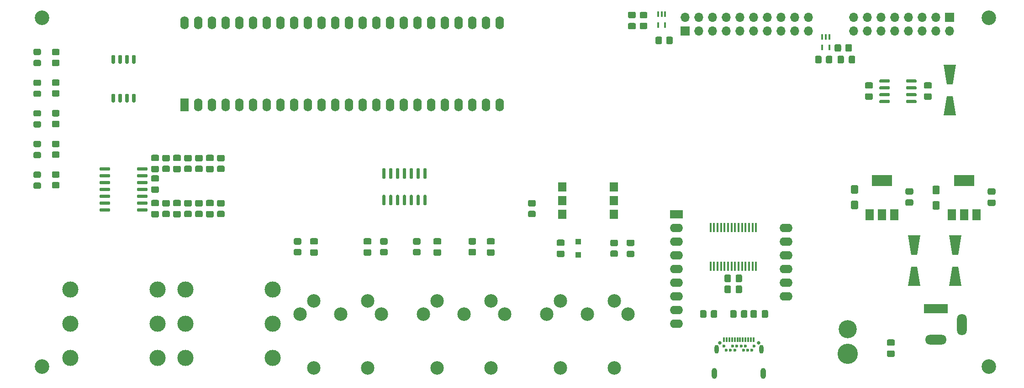
<source format=gbr>
%TF.GenerationSoftware,KiCad,Pcbnew,(5.1.10)-1*%
%TF.CreationDate,2021-09-20T22:55:27+02:00*%
%TF.ProjectId,xfm2,78666d32-2e6b-4696-9361-645f70636258,rev?*%
%TF.SameCoordinates,Original*%
%TF.FileFunction,Soldermask,Top*%
%TF.FilePolarity,Negative*%
%FSLAX46Y46*%
G04 Gerber Fmt 4.6, Leading zero omitted, Abs format (unit mm)*
G04 Created by KiCad (PCBNEW (5.1.10)-1) date 2021-09-20 22:55:27*
%MOMM*%
%LPD*%
G01*
G04 APERTURE LIST*
%ADD10C,0.650000*%
%ADD11O,1.000000X2.000000*%
%ADD12O,0.800000X1.600000*%
%ADD13C,0.600000*%
%ADD14R,0.300000X0.900000*%
%ADD15O,2.400000X1.600000*%
%ADD16R,2.400000X1.600000*%
%ADD17O,1.700000X1.700000*%
%ADD18R,1.700000X1.700000*%
%ADD19C,2.700000*%
%ADD20C,3.765000*%
%ADD21C,3.360000*%
%ADD22C,2.500000*%
%ADD23R,1.600000X2.400000*%
%ADD24O,1.600000X2.400000*%
%ADD25R,1.500000X1.780000*%
%ADD26O,1.800000X4.000000*%
%ADD27O,4.000000X1.800000*%
%ADD28R,4.400000X1.800000*%
%ADD29R,3.800000X2.000000*%
%ADD30R,1.500000X2.000000*%
%ADD31R,1.000000X1.000000*%
%ADD32C,3.000000*%
%ADD33R,0.400000X1.000000*%
%ADD34C,0.100000*%
%ADD35R,0.450000X1.750000*%
G04 APERTURE END LIST*
D10*
%TO.C,J10*%
X197198000Y-147320000D03*
D11*
X198038000Y-153020000D03*
X189058000Y-153020000D03*
D12*
X197728000Y-148570000D03*
X189468000Y-148570000D03*
D13*
X190798000Y-147970000D03*
X191198000Y-148670000D03*
X191998000Y-148670000D03*
X192398000Y-147970000D03*
X192798000Y-148670000D03*
X193198000Y-147970000D03*
X193998000Y-147970000D03*
X194398000Y-148670000D03*
X194798000Y-147970000D03*
X195198000Y-148670000D03*
X195998000Y-148670000D03*
X196398000Y-147970000D03*
D14*
X196298000Y-146760000D03*
X195798000Y-146760000D03*
X195298000Y-146760000D03*
X194798000Y-146760000D03*
X194298000Y-146760000D03*
X193798000Y-146760000D03*
X193298000Y-146760000D03*
X192798000Y-146760000D03*
X192298000Y-146760000D03*
X191798000Y-146760000D03*
X191298000Y-146760000D03*
X190798000Y-146760000D03*
D10*
X189998000Y-147320000D03*
%TD*%
D15*
%TO.C,U4*%
X202319000Y-126034000D03*
X181999000Y-131114000D03*
X202319000Y-128574000D03*
X181999000Y-128574000D03*
X202319000Y-131114000D03*
X181999000Y-126034000D03*
X202319000Y-133654000D03*
D16*
X181999000Y-123494000D03*
D15*
X181999000Y-133604000D03*
X181991000Y-136144000D03*
X181991000Y-138684000D03*
X181991000Y-141224000D03*
X181991000Y-143764000D03*
X202311000Y-136144000D03*
X202311000Y-138684000D03*
%TD*%
D17*
%TO.C,J2*%
X206502000Y-86868000D03*
X206502000Y-89408000D03*
X203962000Y-86868000D03*
X203962000Y-89408000D03*
X201422000Y-86868000D03*
X201422000Y-89408000D03*
X198882000Y-86868000D03*
X198882000Y-89408000D03*
X196342000Y-86868000D03*
X196342000Y-89408000D03*
X193802000Y-86868000D03*
X193802000Y-89408000D03*
X191262000Y-86868000D03*
X191262000Y-89408000D03*
X188722000Y-86868000D03*
X188722000Y-89408000D03*
X186182000Y-86868000D03*
X186182000Y-89408000D03*
X183642000Y-86868000D03*
D18*
X183642000Y-89408000D03*
%TD*%
D19*
%TO.C,REF\u002A\u002A*%
X239903000Y-86995000D03*
%TD*%
%TO.C,REF\u002A\u002A*%
X239903000Y-151765000D03*
%TD*%
%TO.C,REF\u002A\u002A*%
X64389000Y-151765000D03*
%TD*%
%TO.C,REF\u002A\u002A*%
X64389000Y-86995000D03*
%TD*%
%TO.C,U3*%
G36*
G01*
X77747000Y-95498000D02*
X77447000Y-95498000D01*
G75*
G02*
X77297000Y-95348000I0J150000D01*
G01*
X77297000Y-94048000D01*
G75*
G02*
X77447000Y-93898000I150000J0D01*
G01*
X77747000Y-93898000D01*
G75*
G02*
X77897000Y-94048000I0J-150000D01*
G01*
X77897000Y-95348000D01*
G75*
G02*
X77747000Y-95498000I-150000J0D01*
G01*
G37*
G36*
G01*
X79017000Y-95498000D02*
X78717000Y-95498000D01*
G75*
G02*
X78567000Y-95348000I0J150000D01*
G01*
X78567000Y-94048000D01*
G75*
G02*
X78717000Y-93898000I150000J0D01*
G01*
X79017000Y-93898000D01*
G75*
G02*
X79167000Y-94048000I0J-150000D01*
G01*
X79167000Y-95348000D01*
G75*
G02*
X79017000Y-95498000I-150000J0D01*
G01*
G37*
G36*
G01*
X80287000Y-95498000D02*
X79987000Y-95498000D01*
G75*
G02*
X79837000Y-95348000I0J150000D01*
G01*
X79837000Y-94048000D01*
G75*
G02*
X79987000Y-93898000I150000J0D01*
G01*
X80287000Y-93898000D01*
G75*
G02*
X80437000Y-94048000I0J-150000D01*
G01*
X80437000Y-95348000D01*
G75*
G02*
X80287000Y-95498000I-150000J0D01*
G01*
G37*
G36*
G01*
X81557000Y-95498000D02*
X81257000Y-95498000D01*
G75*
G02*
X81107000Y-95348000I0J150000D01*
G01*
X81107000Y-94048000D01*
G75*
G02*
X81257000Y-93898000I150000J0D01*
G01*
X81557000Y-93898000D01*
G75*
G02*
X81707000Y-94048000I0J-150000D01*
G01*
X81707000Y-95348000D01*
G75*
G02*
X81557000Y-95498000I-150000J0D01*
G01*
G37*
G36*
G01*
X81557000Y-102698000D02*
X81257000Y-102698000D01*
G75*
G02*
X81107000Y-102548000I0J150000D01*
G01*
X81107000Y-101248000D01*
G75*
G02*
X81257000Y-101098000I150000J0D01*
G01*
X81557000Y-101098000D01*
G75*
G02*
X81707000Y-101248000I0J-150000D01*
G01*
X81707000Y-102548000D01*
G75*
G02*
X81557000Y-102698000I-150000J0D01*
G01*
G37*
G36*
G01*
X80287000Y-102698000D02*
X79987000Y-102698000D01*
G75*
G02*
X79837000Y-102548000I0J150000D01*
G01*
X79837000Y-101248000D01*
G75*
G02*
X79987000Y-101098000I150000J0D01*
G01*
X80287000Y-101098000D01*
G75*
G02*
X80437000Y-101248000I0J-150000D01*
G01*
X80437000Y-102548000D01*
G75*
G02*
X80287000Y-102698000I-150000J0D01*
G01*
G37*
G36*
G01*
X79017000Y-102698000D02*
X78717000Y-102698000D01*
G75*
G02*
X78567000Y-102548000I0J150000D01*
G01*
X78567000Y-101248000D01*
G75*
G02*
X78717000Y-101098000I150000J0D01*
G01*
X79017000Y-101098000D01*
G75*
G02*
X79167000Y-101248000I0J-150000D01*
G01*
X79167000Y-102548000D01*
G75*
G02*
X79017000Y-102698000I-150000J0D01*
G01*
G37*
G36*
G01*
X77747000Y-102698000D02*
X77447000Y-102698000D01*
G75*
G02*
X77297000Y-102548000I0J150000D01*
G01*
X77297000Y-101248000D01*
G75*
G02*
X77447000Y-101098000I150000J0D01*
G01*
X77747000Y-101098000D01*
G75*
G02*
X77897000Y-101248000I0J-150000D01*
G01*
X77897000Y-102548000D01*
G75*
G02*
X77747000Y-102698000I-150000J0D01*
G01*
G37*
%TD*%
D20*
%TO.C,J5*%
X213741000Y-149352000D03*
D21*
X213741000Y-144852000D03*
%TD*%
%TO.C,C1*%
G36*
G01*
X222217000Y-149961000D02*
X221267000Y-149961000D01*
G75*
G02*
X221017000Y-149711000I0J250000D01*
G01*
X221017000Y-149036000D01*
G75*
G02*
X221267000Y-148786000I250000J0D01*
G01*
X222217000Y-148786000D01*
G75*
G02*
X222467000Y-149036000I0J-250000D01*
G01*
X222467000Y-149711000D01*
G75*
G02*
X222217000Y-149961000I-250000J0D01*
G01*
G37*
G36*
G01*
X222217000Y-147886000D02*
X221267000Y-147886000D01*
G75*
G02*
X221017000Y-147636000I0J250000D01*
G01*
X221017000Y-146961000D01*
G75*
G02*
X221267000Y-146711000I250000J0D01*
G01*
X222217000Y-146711000D01*
G75*
G02*
X222467000Y-146961000I0J-250000D01*
G01*
X222467000Y-147636000D01*
G75*
G02*
X222217000Y-147886000I-250000J0D01*
G01*
G37*
%TD*%
%TO.C,D2*%
G36*
G01*
X63049999Y-117589000D02*
X63950001Y-117589000D01*
G75*
G02*
X64200000Y-117838999I0J-249999D01*
G01*
X64200000Y-118489001D01*
G75*
G02*
X63950001Y-118739000I-249999J0D01*
G01*
X63049999Y-118739000D01*
G75*
G02*
X62800000Y-118489001I0J249999D01*
G01*
X62800000Y-117838999D01*
G75*
G02*
X63049999Y-117589000I249999J0D01*
G01*
G37*
G36*
G01*
X63049999Y-115539000D02*
X63950001Y-115539000D01*
G75*
G02*
X64200000Y-115788999I0J-249999D01*
G01*
X64200000Y-116439001D01*
G75*
G02*
X63950001Y-116689000I-249999J0D01*
G01*
X63049999Y-116689000D01*
G75*
G02*
X62800000Y-116439001I0J249999D01*
G01*
X62800000Y-115788999D01*
G75*
G02*
X63049999Y-115539000I249999J0D01*
G01*
G37*
%TD*%
%TO.C,D3*%
G36*
G01*
X63049999Y-109851332D02*
X63950001Y-109851332D01*
G75*
G02*
X64200000Y-110101331I0J-249999D01*
G01*
X64200000Y-110751333D01*
G75*
G02*
X63950001Y-111001332I-249999J0D01*
G01*
X63049999Y-111001332D01*
G75*
G02*
X62800000Y-110751333I0J249999D01*
G01*
X62800000Y-110101331D01*
G75*
G02*
X63049999Y-109851332I249999J0D01*
G01*
G37*
G36*
G01*
X63049999Y-111901332D02*
X63950001Y-111901332D01*
G75*
G02*
X64200000Y-112151331I0J-249999D01*
G01*
X64200000Y-112801333D01*
G75*
G02*
X63950001Y-113051332I-249999J0D01*
G01*
X63049999Y-113051332D01*
G75*
G02*
X62800000Y-112801333I0J249999D01*
G01*
X62800000Y-112151331D01*
G75*
G02*
X63049999Y-111901332I249999J0D01*
G01*
G37*
%TD*%
%TO.C,D4*%
G36*
G01*
X63049999Y-104163666D02*
X63950001Y-104163666D01*
G75*
G02*
X64200000Y-104413665I0J-249999D01*
G01*
X64200000Y-105063667D01*
G75*
G02*
X63950001Y-105313666I-249999J0D01*
G01*
X63049999Y-105313666D01*
G75*
G02*
X62800000Y-105063667I0J249999D01*
G01*
X62800000Y-104413665D01*
G75*
G02*
X63049999Y-104163666I249999J0D01*
G01*
G37*
G36*
G01*
X63049999Y-106213666D02*
X63950001Y-106213666D01*
G75*
G02*
X64200000Y-106463665I0J-249999D01*
G01*
X64200000Y-107113667D01*
G75*
G02*
X63950001Y-107363666I-249999J0D01*
G01*
X63049999Y-107363666D01*
G75*
G02*
X62800000Y-107113667I0J249999D01*
G01*
X62800000Y-106463665D01*
G75*
G02*
X63049999Y-106213666I249999J0D01*
G01*
G37*
%TD*%
%TO.C,D5*%
G36*
G01*
X63049999Y-100526000D02*
X63950001Y-100526000D01*
G75*
G02*
X64200000Y-100775999I0J-249999D01*
G01*
X64200000Y-101426001D01*
G75*
G02*
X63950001Y-101676000I-249999J0D01*
G01*
X63049999Y-101676000D01*
G75*
G02*
X62800000Y-101426001I0J249999D01*
G01*
X62800000Y-100775999D01*
G75*
G02*
X63049999Y-100526000I249999J0D01*
G01*
G37*
G36*
G01*
X63049999Y-98476000D02*
X63950001Y-98476000D01*
G75*
G02*
X64200000Y-98725999I0J-249999D01*
G01*
X64200000Y-99376001D01*
G75*
G02*
X63950001Y-99626000I-249999J0D01*
G01*
X63049999Y-99626000D01*
G75*
G02*
X62800000Y-99376001I0J249999D01*
G01*
X62800000Y-98725999D01*
G75*
G02*
X63049999Y-98476000I249999J0D01*
G01*
G37*
%TD*%
D22*
%TO.C,J1*%
X157981000Y-142034000D03*
X170481000Y-139534000D03*
X165481000Y-142034000D03*
X172981000Y-142034000D03*
X160481000Y-139534000D03*
X170481000Y-152034000D03*
X160481000Y-152034000D03*
%TD*%
%TO.C,J3*%
X137621000Y-152034000D03*
X147621000Y-152034000D03*
X137621000Y-139534000D03*
X150121000Y-142034000D03*
X142621000Y-142034000D03*
X147621000Y-139534000D03*
X135121000Y-142034000D03*
%TD*%
%TO.C,J4*%
X112261000Y-142034000D03*
X124761000Y-139534000D03*
X119761000Y-142034000D03*
X127261000Y-142034000D03*
X114761000Y-139534000D03*
X124761000Y-152034000D03*
X114761000Y-152034000D03*
%TD*%
D23*
%TO.C,U2*%
X90805000Y-103124000D03*
D24*
X149225000Y-87884000D03*
X93345000Y-103124000D03*
X146685000Y-87884000D03*
X95885000Y-103124000D03*
X144145000Y-87884000D03*
X98425000Y-103124000D03*
X141605000Y-87884000D03*
X100965000Y-103124000D03*
X139065000Y-87884000D03*
X103505000Y-103124000D03*
X136525000Y-87884000D03*
X106045000Y-103124000D03*
X133985000Y-87884000D03*
X108585000Y-103124000D03*
X131445000Y-87884000D03*
X111125000Y-103124000D03*
X128905000Y-87884000D03*
X113665000Y-103124000D03*
X126365000Y-87884000D03*
X116205000Y-103124000D03*
X123825000Y-87884000D03*
X118745000Y-103124000D03*
X121285000Y-87884000D03*
X121285000Y-103124000D03*
X118745000Y-87884000D03*
X123825000Y-103124000D03*
X116205000Y-87884000D03*
X126365000Y-103124000D03*
X113665000Y-87884000D03*
X128905000Y-103124000D03*
X111125000Y-87884000D03*
X131445000Y-103124000D03*
X108585000Y-87884000D03*
X133985000Y-103124000D03*
X106045000Y-87884000D03*
X136525000Y-103124000D03*
X103505000Y-87884000D03*
X139065000Y-103124000D03*
X100965000Y-87884000D03*
X141605000Y-103124000D03*
X98425000Y-87884000D03*
X144145000Y-103124000D03*
X95885000Y-87884000D03*
X146685000Y-103124000D03*
X93345000Y-87884000D03*
X149225000Y-103124000D03*
X90805000Y-87884000D03*
%TD*%
%TO.C,R1*%
G36*
G01*
X170884001Y-129394000D02*
X169983999Y-129394000D01*
G75*
G02*
X169734000Y-129144001I0J249999D01*
G01*
X169734000Y-128443999D01*
G75*
G02*
X169983999Y-128194000I249999J0D01*
G01*
X170884001Y-128194000D01*
G75*
G02*
X171134000Y-128443999I0J-249999D01*
G01*
X171134000Y-129144001D01*
G75*
G02*
X170884001Y-129394000I-249999J0D01*
G01*
G37*
G36*
G01*
X170884001Y-131394000D02*
X169983999Y-131394000D01*
G75*
G02*
X169734000Y-131144001I0J249999D01*
G01*
X169734000Y-130443999D01*
G75*
G02*
X169983999Y-130194000I249999J0D01*
G01*
X170884001Y-130194000D01*
G75*
G02*
X171134000Y-130443999I0J-249999D01*
G01*
X171134000Y-131144001D01*
G75*
G02*
X170884001Y-131394000I-249999J0D01*
G01*
G37*
%TD*%
%TO.C,R2*%
G36*
G01*
X155644001Y-124028000D02*
X154743999Y-124028000D01*
G75*
G02*
X154494000Y-123778001I0J249999D01*
G01*
X154494000Y-123077999D01*
G75*
G02*
X154743999Y-122828000I249999J0D01*
G01*
X155644001Y-122828000D01*
G75*
G02*
X155894000Y-123077999I0J-249999D01*
G01*
X155894000Y-123778001D01*
G75*
G02*
X155644001Y-124028000I-249999J0D01*
G01*
G37*
G36*
G01*
X155644001Y-122028000D02*
X154743999Y-122028000D01*
G75*
G02*
X154494000Y-121778001I0J249999D01*
G01*
X154494000Y-121077999D01*
G75*
G02*
X154743999Y-120828000I249999J0D01*
G01*
X155644001Y-120828000D01*
G75*
G02*
X155894000Y-121077999I0J-249999D01*
G01*
X155894000Y-121778001D01*
G75*
G02*
X155644001Y-122028000I-249999J0D01*
G01*
G37*
%TD*%
%TO.C,R3*%
G36*
G01*
X128212001Y-131110000D02*
X127311999Y-131110000D01*
G75*
G02*
X127062000Y-130860001I0J249999D01*
G01*
X127062000Y-130159999D01*
G75*
G02*
X127311999Y-129910000I249999J0D01*
G01*
X128212001Y-129910000D01*
G75*
G02*
X128462000Y-130159999I0J-249999D01*
G01*
X128462000Y-130860001D01*
G75*
G02*
X128212001Y-131110000I-249999J0D01*
G01*
G37*
G36*
G01*
X128212001Y-129110000D02*
X127311999Y-129110000D01*
G75*
G02*
X127062000Y-128860001I0J249999D01*
G01*
X127062000Y-128159999D01*
G75*
G02*
X127311999Y-127910000I249999J0D01*
G01*
X128212001Y-127910000D01*
G75*
G02*
X128462000Y-128159999I0J-249999D01*
G01*
X128462000Y-128860001D01*
G75*
G02*
X128212001Y-129110000I-249999J0D01*
G01*
G37*
%TD*%
%TO.C,R4*%
G36*
G01*
X143694999Y-129910000D02*
X144595001Y-129910000D01*
G75*
G02*
X144845000Y-130159999I0J-249999D01*
G01*
X144845000Y-130860001D01*
G75*
G02*
X144595001Y-131110000I-249999J0D01*
G01*
X143694999Y-131110000D01*
G75*
G02*
X143445000Y-130860001I0J249999D01*
G01*
X143445000Y-130159999D01*
G75*
G02*
X143694999Y-129910000I249999J0D01*
G01*
G37*
G36*
G01*
X143694999Y-127910000D02*
X144595001Y-127910000D01*
G75*
G02*
X144845000Y-128159999I0J-249999D01*
G01*
X144845000Y-128860001D01*
G75*
G02*
X144595001Y-129110000I-249999J0D01*
G01*
X143694999Y-129110000D01*
G75*
G02*
X143445000Y-128860001I0J249999D01*
G01*
X143445000Y-128159999D01*
G75*
G02*
X143694999Y-127910000I249999J0D01*
G01*
G37*
%TD*%
%TO.C,R5*%
G36*
G01*
X67379001Y-116694000D02*
X66478999Y-116694000D01*
G75*
G02*
X66229000Y-116444001I0J249999D01*
G01*
X66229000Y-115743999D01*
G75*
G02*
X66478999Y-115494000I249999J0D01*
G01*
X67379001Y-115494000D01*
G75*
G02*
X67629000Y-115743999I0J-249999D01*
G01*
X67629000Y-116444001D01*
G75*
G02*
X67379001Y-116694000I-249999J0D01*
G01*
G37*
G36*
G01*
X67379001Y-118694000D02*
X66478999Y-118694000D01*
G75*
G02*
X66229000Y-118444001I0J249999D01*
G01*
X66229000Y-117743999D01*
G75*
G02*
X66478999Y-117494000I249999J0D01*
G01*
X67379001Y-117494000D01*
G75*
G02*
X67629000Y-117743999I0J-249999D01*
G01*
X67629000Y-118444001D01*
G75*
G02*
X67379001Y-118694000I-249999J0D01*
G01*
G37*
%TD*%
%TO.C,R6*%
G36*
G01*
X67379001Y-113006332D02*
X66478999Y-113006332D01*
G75*
G02*
X66229000Y-112756333I0J249999D01*
G01*
X66229000Y-112056331D01*
G75*
G02*
X66478999Y-111806332I249999J0D01*
G01*
X67379001Y-111806332D01*
G75*
G02*
X67629000Y-112056331I0J-249999D01*
G01*
X67629000Y-112756333D01*
G75*
G02*
X67379001Y-113006332I-249999J0D01*
G01*
G37*
G36*
G01*
X67379001Y-111006332D02*
X66478999Y-111006332D01*
G75*
G02*
X66229000Y-110756333I0J249999D01*
G01*
X66229000Y-110056331D01*
G75*
G02*
X66478999Y-109806332I249999J0D01*
G01*
X67379001Y-109806332D01*
G75*
G02*
X67629000Y-110056331I0J-249999D01*
G01*
X67629000Y-110756333D01*
G75*
G02*
X67379001Y-111006332I-249999J0D01*
G01*
G37*
%TD*%
%TO.C,R7*%
G36*
G01*
X67379001Y-105318666D02*
X66478999Y-105318666D01*
G75*
G02*
X66229000Y-105068667I0J249999D01*
G01*
X66229000Y-104368665D01*
G75*
G02*
X66478999Y-104118666I249999J0D01*
G01*
X67379001Y-104118666D01*
G75*
G02*
X67629000Y-104368665I0J-249999D01*
G01*
X67629000Y-105068667D01*
G75*
G02*
X67379001Y-105318666I-249999J0D01*
G01*
G37*
G36*
G01*
X67379001Y-107318666D02*
X66478999Y-107318666D01*
G75*
G02*
X66229000Y-107068667I0J249999D01*
G01*
X66229000Y-106368665D01*
G75*
G02*
X66478999Y-106118666I249999J0D01*
G01*
X67379001Y-106118666D01*
G75*
G02*
X67629000Y-106368665I0J-249999D01*
G01*
X67629000Y-107068667D01*
G75*
G02*
X67379001Y-107318666I-249999J0D01*
G01*
G37*
%TD*%
%TO.C,R8*%
G36*
G01*
X67379001Y-101631000D02*
X66478999Y-101631000D01*
G75*
G02*
X66229000Y-101381001I0J249999D01*
G01*
X66229000Y-100680999D01*
G75*
G02*
X66478999Y-100431000I249999J0D01*
G01*
X67379001Y-100431000D01*
G75*
G02*
X67629000Y-100680999I0J-249999D01*
G01*
X67629000Y-101381001D01*
G75*
G02*
X67379001Y-101631000I-249999J0D01*
G01*
G37*
G36*
G01*
X67379001Y-99631000D02*
X66478999Y-99631000D01*
G75*
G02*
X66229000Y-99381001I0J249999D01*
G01*
X66229000Y-98680999D01*
G75*
G02*
X66478999Y-98431000I249999J0D01*
G01*
X67379001Y-98431000D01*
G75*
G02*
X67629000Y-98680999I0J-249999D01*
G01*
X67629000Y-99381001D01*
G75*
G02*
X67379001Y-99631000I-249999J0D01*
G01*
G37*
%TD*%
%TO.C,FB1*%
G36*
G01*
X148049000Y-131165000D02*
X147099000Y-131165000D01*
G75*
G02*
X146849000Y-130915000I0J250000D01*
G01*
X146849000Y-130240000D01*
G75*
G02*
X147099000Y-129990000I250000J0D01*
G01*
X148049000Y-129990000D01*
G75*
G02*
X148299000Y-130240000I0J-250000D01*
G01*
X148299000Y-130915000D01*
G75*
G02*
X148049000Y-131165000I-250000J0D01*
G01*
G37*
G36*
G01*
X148049000Y-129090000D02*
X147099000Y-129090000D01*
G75*
G02*
X146849000Y-128840000I0J250000D01*
G01*
X146849000Y-128165000D01*
G75*
G02*
X147099000Y-127915000I250000J0D01*
G01*
X148049000Y-127915000D01*
G75*
G02*
X148299000Y-128165000I0J-250000D01*
G01*
X148299000Y-128840000D01*
G75*
G02*
X148049000Y-129090000I-250000J0D01*
G01*
G37*
%TD*%
%TO.C,FB2*%
G36*
G01*
X115283000Y-129090000D02*
X114333000Y-129090000D01*
G75*
G02*
X114083000Y-128840000I0J250000D01*
G01*
X114083000Y-128165000D01*
G75*
G02*
X114333000Y-127915000I250000J0D01*
G01*
X115283000Y-127915000D01*
G75*
G02*
X115533000Y-128165000I0J-250000D01*
G01*
X115533000Y-128840000D01*
G75*
G02*
X115283000Y-129090000I-250000J0D01*
G01*
G37*
G36*
G01*
X115283000Y-131165000D02*
X114333000Y-131165000D01*
G75*
G02*
X114083000Y-130915000I0J250000D01*
G01*
X114083000Y-130240000D01*
G75*
G02*
X114333000Y-129990000I250000J0D01*
G01*
X115283000Y-129990000D01*
G75*
G02*
X115533000Y-130240000I0J-250000D01*
G01*
X115533000Y-130915000D01*
G75*
G02*
X115283000Y-131165000I-250000J0D01*
G01*
G37*
%TD*%
%TO.C,FB3*%
G36*
G01*
X173957000Y-129365500D02*
X173007000Y-129365500D01*
G75*
G02*
X172757000Y-129115500I0J250000D01*
G01*
X172757000Y-128440500D01*
G75*
G02*
X173007000Y-128190500I250000J0D01*
G01*
X173957000Y-128190500D01*
G75*
G02*
X174207000Y-128440500I0J-250000D01*
G01*
X174207000Y-129115500D01*
G75*
G02*
X173957000Y-129365500I-250000J0D01*
G01*
G37*
G36*
G01*
X173957000Y-131440500D02*
X173007000Y-131440500D01*
G75*
G02*
X172757000Y-131190500I0J250000D01*
G01*
X172757000Y-130515500D01*
G75*
G02*
X173007000Y-130265500I250000J0D01*
G01*
X173957000Y-130265500D01*
G75*
G02*
X174207000Y-130515500I0J-250000D01*
G01*
X174207000Y-131190500D01*
G75*
G02*
X173957000Y-131440500I-250000J0D01*
G01*
G37*
%TD*%
%TO.C,FB4*%
G36*
G01*
X161003000Y-131419000D02*
X160053000Y-131419000D01*
G75*
G02*
X159803000Y-131169000I0J250000D01*
G01*
X159803000Y-130494000D01*
G75*
G02*
X160053000Y-130244000I250000J0D01*
G01*
X161003000Y-130244000D01*
G75*
G02*
X161253000Y-130494000I0J-250000D01*
G01*
X161253000Y-131169000D01*
G75*
G02*
X161003000Y-131419000I-250000J0D01*
G01*
G37*
G36*
G01*
X161003000Y-129344000D02*
X160053000Y-129344000D01*
G75*
G02*
X159803000Y-129094000I0J250000D01*
G01*
X159803000Y-128419000D01*
G75*
G02*
X160053000Y-128169000I250000J0D01*
G01*
X161003000Y-128169000D01*
G75*
G02*
X161253000Y-128419000I0J-250000D01*
G01*
X161253000Y-129094000D01*
G75*
G02*
X161003000Y-129344000I-250000J0D01*
G01*
G37*
%TD*%
%TO.C,FB5*%
G36*
G01*
X137193000Y-129990000D02*
X138143000Y-129990000D01*
G75*
G02*
X138393000Y-130240000I0J-250000D01*
G01*
X138393000Y-130915000D01*
G75*
G02*
X138143000Y-131165000I-250000J0D01*
G01*
X137193000Y-131165000D01*
G75*
G02*
X136943000Y-130915000I0J250000D01*
G01*
X136943000Y-130240000D01*
G75*
G02*
X137193000Y-129990000I250000J0D01*
G01*
G37*
G36*
G01*
X137193000Y-127915000D02*
X138143000Y-127915000D01*
G75*
G02*
X138393000Y-128165000I0J-250000D01*
G01*
X138393000Y-128840000D01*
G75*
G02*
X138143000Y-129090000I-250000J0D01*
G01*
X137193000Y-129090000D01*
G75*
G02*
X136943000Y-128840000I0J250000D01*
G01*
X136943000Y-128165000D01*
G75*
G02*
X137193000Y-127915000I250000J0D01*
G01*
G37*
%TD*%
%TO.C,FB6*%
G36*
G01*
X124239000Y-127915000D02*
X125189000Y-127915000D01*
G75*
G02*
X125439000Y-128165000I0J-250000D01*
G01*
X125439000Y-128840000D01*
G75*
G02*
X125189000Y-129090000I-250000J0D01*
G01*
X124239000Y-129090000D01*
G75*
G02*
X123989000Y-128840000I0J250000D01*
G01*
X123989000Y-128165000D01*
G75*
G02*
X124239000Y-127915000I250000J0D01*
G01*
G37*
G36*
G01*
X124239000Y-129990000D02*
X125189000Y-129990000D01*
G75*
G02*
X125439000Y-130240000I0J-250000D01*
G01*
X125439000Y-130915000D01*
G75*
G02*
X125189000Y-131165000I-250000J0D01*
G01*
X124239000Y-131165000D01*
G75*
G02*
X123989000Y-130915000I0J250000D01*
G01*
X123989000Y-130240000D01*
G75*
G02*
X124239000Y-129990000I250000J0D01*
G01*
G37*
%TD*%
%TO.C,R9*%
G36*
G01*
X111309999Y-127910000D02*
X112210001Y-127910000D01*
G75*
G02*
X112460000Y-128159999I0J-249999D01*
G01*
X112460000Y-128860001D01*
G75*
G02*
X112210001Y-129110000I-249999J0D01*
G01*
X111309999Y-129110000D01*
G75*
G02*
X111060000Y-128860001I0J249999D01*
G01*
X111060000Y-128159999D01*
G75*
G02*
X111309999Y-127910000I249999J0D01*
G01*
G37*
G36*
G01*
X111309999Y-129910000D02*
X112210001Y-129910000D01*
G75*
G02*
X112460000Y-130159999I0J-249999D01*
G01*
X112460000Y-130860001D01*
G75*
G02*
X112210001Y-131110000I-249999J0D01*
G01*
X111309999Y-131110000D01*
G75*
G02*
X111060000Y-130860001I0J249999D01*
G01*
X111060000Y-130159999D01*
G75*
G02*
X111309999Y-129910000I249999J0D01*
G01*
G37*
%TD*%
%TO.C,R10*%
G36*
G01*
X134308001Y-129110000D02*
X133407999Y-129110000D01*
G75*
G02*
X133158000Y-128860001I0J249999D01*
G01*
X133158000Y-128159999D01*
G75*
G02*
X133407999Y-127910000I249999J0D01*
G01*
X134308001Y-127910000D01*
G75*
G02*
X134558000Y-128159999I0J-249999D01*
G01*
X134558000Y-128860001D01*
G75*
G02*
X134308001Y-129110000I-249999J0D01*
G01*
G37*
G36*
G01*
X134308001Y-131110000D02*
X133407999Y-131110000D01*
G75*
G02*
X133158000Y-130860001I0J249999D01*
G01*
X133158000Y-130159999D01*
G75*
G02*
X133407999Y-129910000I249999J0D01*
G01*
X134308001Y-129910000D01*
G75*
G02*
X134558000Y-130159999I0J-249999D01*
G01*
X134558000Y-130860001D01*
G75*
G02*
X134308001Y-131110000I-249999J0D01*
G01*
G37*
%TD*%
%TO.C,U5*%
G36*
G01*
X135232000Y-114914000D02*
X135532000Y-114914000D01*
G75*
G02*
X135682000Y-115064000I0J-150000D01*
G01*
X135682000Y-116714000D01*
G75*
G02*
X135532000Y-116864000I-150000J0D01*
G01*
X135232000Y-116864000D01*
G75*
G02*
X135082000Y-116714000I0J150000D01*
G01*
X135082000Y-115064000D01*
G75*
G02*
X135232000Y-114914000I150000J0D01*
G01*
G37*
G36*
G01*
X133962000Y-114914000D02*
X134262000Y-114914000D01*
G75*
G02*
X134412000Y-115064000I0J-150000D01*
G01*
X134412000Y-116714000D01*
G75*
G02*
X134262000Y-116864000I-150000J0D01*
G01*
X133962000Y-116864000D01*
G75*
G02*
X133812000Y-116714000I0J150000D01*
G01*
X133812000Y-115064000D01*
G75*
G02*
X133962000Y-114914000I150000J0D01*
G01*
G37*
G36*
G01*
X132692000Y-114914000D02*
X132992000Y-114914000D01*
G75*
G02*
X133142000Y-115064000I0J-150000D01*
G01*
X133142000Y-116714000D01*
G75*
G02*
X132992000Y-116864000I-150000J0D01*
G01*
X132692000Y-116864000D01*
G75*
G02*
X132542000Y-116714000I0J150000D01*
G01*
X132542000Y-115064000D01*
G75*
G02*
X132692000Y-114914000I150000J0D01*
G01*
G37*
G36*
G01*
X131422000Y-114914000D02*
X131722000Y-114914000D01*
G75*
G02*
X131872000Y-115064000I0J-150000D01*
G01*
X131872000Y-116714000D01*
G75*
G02*
X131722000Y-116864000I-150000J0D01*
G01*
X131422000Y-116864000D01*
G75*
G02*
X131272000Y-116714000I0J150000D01*
G01*
X131272000Y-115064000D01*
G75*
G02*
X131422000Y-114914000I150000J0D01*
G01*
G37*
G36*
G01*
X130152000Y-114914000D02*
X130452000Y-114914000D01*
G75*
G02*
X130602000Y-115064000I0J-150000D01*
G01*
X130602000Y-116714000D01*
G75*
G02*
X130452000Y-116864000I-150000J0D01*
G01*
X130152000Y-116864000D01*
G75*
G02*
X130002000Y-116714000I0J150000D01*
G01*
X130002000Y-115064000D01*
G75*
G02*
X130152000Y-114914000I150000J0D01*
G01*
G37*
G36*
G01*
X128882000Y-114914000D02*
X129182000Y-114914000D01*
G75*
G02*
X129332000Y-115064000I0J-150000D01*
G01*
X129332000Y-116714000D01*
G75*
G02*
X129182000Y-116864000I-150000J0D01*
G01*
X128882000Y-116864000D01*
G75*
G02*
X128732000Y-116714000I0J150000D01*
G01*
X128732000Y-115064000D01*
G75*
G02*
X128882000Y-114914000I150000J0D01*
G01*
G37*
G36*
G01*
X127612000Y-114914000D02*
X127912000Y-114914000D01*
G75*
G02*
X128062000Y-115064000I0J-150000D01*
G01*
X128062000Y-116714000D01*
G75*
G02*
X127912000Y-116864000I-150000J0D01*
G01*
X127612000Y-116864000D01*
G75*
G02*
X127462000Y-116714000I0J150000D01*
G01*
X127462000Y-115064000D01*
G75*
G02*
X127612000Y-114914000I150000J0D01*
G01*
G37*
G36*
G01*
X127612000Y-119864000D02*
X127912000Y-119864000D01*
G75*
G02*
X128062000Y-120014000I0J-150000D01*
G01*
X128062000Y-121664000D01*
G75*
G02*
X127912000Y-121814000I-150000J0D01*
G01*
X127612000Y-121814000D01*
G75*
G02*
X127462000Y-121664000I0J150000D01*
G01*
X127462000Y-120014000D01*
G75*
G02*
X127612000Y-119864000I150000J0D01*
G01*
G37*
G36*
G01*
X128882000Y-119864000D02*
X129182000Y-119864000D01*
G75*
G02*
X129332000Y-120014000I0J-150000D01*
G01*
X129332000Y-121664000D01*
G75*
G02*
X129182000Y-121814000I-150000J0D01*
G01*
X128882000Y-121814000D01*
G75*
G02*
X128732000Y-121664000I0J150000D01*
G01*
X128732000Y-120014000D01*
G75*
G02*
X128882000Y-119864000I150000J0D01*
G01*
G37*
G36*
G01*
X130152000Y-119864000D02*
X130452000Y-119864000D01*
G75*
G02*
X130602000Y-120014000I0J-150000D01*
G01*
X130602000Y-121664000D01*
G75*
G02*
X130452000Y-121814000I-150000J0D01*
G01*
X130152000Y-121814000D01*
G75*
G02*
X130002000Y-121664000I0J150000D01*
G01*
X130002000Y-120014000D01*
G75*
G02*
X130152000Y-119864000I150000J0D01*
G01*
G37*
G36*
G01*
X131422000Y-119864000D02*
X131722000Y-119864000D01*
G75*
G02*
X131872000Y-120014000I0J-150000D01*
G01*
X131872000Y-121664000D01*
G75*
G02*
X131722000Y-121814000I-150000J0D01*
G01*
X131422000Y-121814000D01*
G75*
G02*
X131272000Y-121664000I0J150000D01*
G01*
X131272000Y-120014000D01*
G75*
G02*
X131422000Y-119864000I150000J0D01*
G01*
G37*
G36*
G01*
X132692000Y-119864000D02*
X132992000Y-119864000D01*
G75*
G02*
X133142000Y-120014000I0J-150000D01*
G01*
X133142000Y-121664000D01*
G75*
G02*
X132992000Y-121814000I-150000J0D01*
G01*
X132692000Y-121814000D01*
G75*
G02*
X132542000Y-121664000I0J150000D01*
G01*
X132542000Y-120014000D01*
G75*
G02*
X132692000Y-119864000I150000J0D01*
G01*
G37*
G36*
G01*
X133962000Y-119864000D02*
X134262000Y-119864000D01*
G75*
G02*
X134412000Y-120014000I0J-150000D01*
G01*
X134412000Y-121664000D01*
G75*
G02*
X134262000Y-121814000I-150000J0D01*
G01*
X133962000Y-121814000D01*
G75*
G02*
X133812000Y-121664000I0J150000D01*
G01*
X133812000Y-120014000D01*
G75*
G02*
X133962000Y-119864000I150000J0D01*
G01*
G37*
G36*
G01*
X135232000Y-119864000D02*
X135532000Y-119864000D01*
G75*
G02*
X135682000Y-120014000I0J-150000D01*
G01*
X135682000Y-121664000D01*
G75*
G02*
X135532000Y-121814000I-150000J0D01*
G01*
X135232000Y-121814000D01*
G75*
G02*
X135082000Y-121664000I0J150000D01*
G01*
X135082000Y-120014000D01*
G75*
G02*
X135232000Y-119864000I150000J0D01*
G01*
G37*
%TD*%
D25*
%TO.C,U1*%
X170373000Y-123444000D03*
X160843000Y-118364000D03*
X170373000Y-120904000D03*
X160843000Y-120904000D03*
X170373000Y-118364000D03*
X160843000Y-123444000D03*
%TD*%
%TO.C,C2*%
G36*
G01*
X239936000Y-118664000D02*
X240886000Y-118664000D01*
G75*
G02*
X241136000Y-118914000I0J-250000D01*
G01*
X241136000Y-119589000D01*
G75*
G02*
X240886000Y-119839000I-250000J0D01*
G01*
X239936000Y-119839000D01*
G75*
G02*
X239686000Y-119589000I0J250000D01*
G01*
X239686000Y-118914000D01*
G75*
G02*
X239936000Y-118664000I250000J0D01*
G01*
G37*
G36*
G01*
X239936000Y-120739000D02*
X240886000Y-120739000D01*
G75*
G02*
X241136000Y-120989000I0J-250000D01*
G01*
X241136000Y-121664000D01*
G75*
G02*
X240886000Y-121914000I-250000J0D01*
G01*
X239936000Y-121914000D01*
G75*
G02*
X239686000Y-121664000I0J250000D01*
G01*
X239686000Y-120989000D01*
G75*
G02*
X239936000Y-120739000I250000J0D01*
G01*
G37*
%TD*%
%TO.C,C3*%
G36*
G01*
X224696000Y-120719000D02*
X225646000Y-120719000D01*
G75*
G02*
X225896000Y-120969000I0J-250000D01*
G01*
X225896000Y-121644000D01*
G75*
G02*
X225646000Y-121894000I-250000J0D01*
G01*
X224696000Y-121894000D01*
G75*
G02*
X224446000Y-121644000I0J250000D01*
G01*
X224446000Y-120969000D01*
G75*
G02*
X224696000Y-120719000I250000J0D01*
G01*
G37*
G36*
G01*
X224696000Y-118644000D02*
X225646000Y-118644000D01*
G75*
G02*
X225896000Y-118894000I0J-250000D01*
G01*
X225896000Y-119569000D01*
G75*
G02*
X225646000Y-119819000I-250000J0D01*
G01*
X224696000Y-119819000D01*
G75*
G02*
X224446000Y-119569000I0J250000D01*
G01*
X224446000Y-118894000D01*
G75*
G02*
X224696000Y-118644000I250000J0D01*
G01*
G37*
%TD*%
%TO.C,C6*%
G36*
G01*
X85819000Y-124053000D02*
X84869000Y-124053000D01*
G75*
G02*
X84619000Y-123803000I0J250000D01*
G01*
X84619000Y-123128000D01*
G75*
G02*
X84869000Y-122878000I250000J0D01*
G01*
X85819000Y-122878000D01*
G75*
G02*
X86069000Y-123128000I0J-250000D01*
G01*
X86069000Y-123803000D01*
G75*
G02*
X85819000Y-124053000I-250000J0D01*
G01*
G37*
G36*
G01*
X85819000Y-121978000D02*
X84869000Y-121978000D01*
G75*
G02*
X84619000Y-121728000I0J250000D01*
G01*
X84619000Y-121053000D01*
G75*
G02*
X84869000Y-120803000I250000J0D01*
G01*
X85819000Y-120803000D01*
G75*
G02*
X86069000Y-121053000I0J-250000D01*
G01*
X86069000Y-121728000D01*
G75*
G02*
X85819000Y-121978000I-250000J0D01*
G01*
G37*
%TD*%
%TO.C,C7*%
G36*
G01*
X84869000Y-114496000D02*
X85819000Y-114496000D01*
G75*
G02*
X86069000Y-114746000I0J-250000D01*
G01*
X86069000Y-115421000D01*
G75*
G02*
X85819000Y-115671000I-250000J0D01*
G01*
X84869000Y-115671000D01*
G75*
G02*
X84619000Y-115421000I0J250000D01*
G01*
X84619000Y-114746000D01*
G75*
G02*
X84869000Y-114496000I250000J0D01*
G01*
G37*
G36*
G01*
X84869000Y-112421000D02*
X85819000Y-112421000D01*
G75*
G02*
X86069000Y-112671000I0J-250000D01*
G01*
X86069000Y-113346000D01*
G75*
G02*
X85819000Y-113596000I-250000J0D01*
G01*
X84869000Y-113596000D01*
G75*
G02*
X84619000Y-113346000I0J250000D01*
G01*
X84619000Y-112671000D01*
G75*
G02*
X84869000Y-112421000I250000J0D01*
G01*
G37*
%TD*%
D26*
%TO.C,J6*%
X234924000Y-143970000D03*
D27*
X230124000Y-146770000D03*
D28*
X230124000Y-140970000D03*
%TD*%
D18*
%TO.C,J7*%
X232664000Y-86868000D03*
D17*
X232664000Y-89408000D03*
X230124000Y-86868000D03*
X230124000Y-89408000D03*
X227584000Y-86868000D03*
X227584000Y-89408000D03*
X225044000Y-86868000D03*
X225044000Y-89408000D03*
X222504000Y-86868000D03*
X222504000Y-89408000D03*
X219964000Y-86868000D03*
X219964000Y-89408000D03*
X217424000Y-86868000D03*
X217424000Y-89408000D03*
X214884000Y-86868000D03*
X214884000Y-89408000D03*
%TD*%
%TO.C,R11*%
G36*
G01*
X97085999Y-120828000D02*
X97986001Y-120828000D01*
G75*
G02*
X98236000Y-121077999I0J-249999D01*
G01*
X98236000Y-121778001D01*
G75*
G02*
X97986001Y-122028000I-249999J0D01*
G01*
X97085999Y-122028000D01*
G75*
G02*
X96836000Y-121778001I0J249999D01*
G01*
X96836000Y-121077999D01*
G75*
G02*
X97085999Y-120828000I249999J0D01*
G01*
G37*
G36*
G01*
X97085999Y-122828000D02*
X97986001Y-122828000D01*
G75*
G02*
X98236000Y-123077999I0J-249999D01*
G01*
X98236000Y-123778001D01*
G75*
G02*
X97986001Y-124028000I-249999J0D01*
G01*
X97085999Y-124028000D01*
G75*
G02*
X96836000Y-123778001I0J249999D01*
G01*
X96836000Y-123077999D01*
G75*
G02*
X97085999Y-122828000I249999J0D01*
G01*
G37*
%TD*%
%TO.C,R12*%
G36*
G01*
X97085999Y-112446000D02*
X97986001Y-112446000D01*
G75*
G02*
X98236000Y-112695999I0J-249999D01*
G01*
X98236000Y-113396001D01*
G75*
G02*
X97986001Y-113646000I-249999J0D01*
G01*
X97085999Y-113646000D01*
G75*
G02*
X96836000Y-113396001I0J249999D01*
G01*
X96836000Y-112695999D01*
G75*
G02*
X97085999Y-112446000I249999J0D01*
G01*
G37*
G36*
G01*
X97085999Y-114446000D02*
X97986001Y-114446000D01*
G75*
G02*
X98236000Y-114695999I0J-249999D01*
G01*
X98236000Y-115396001D01*
G75*
G02*
X97986001Y-115646000I-249999J0D01*
G01*
X97085999Y-115646000D01*
G75*
G02*
X96836000Y-115396001I0J249999D01*
G01*
X96836000Y-114695999D01*
G75*
G02*
X97085999Y-114446000I249999J0D01*
G01*
G37*
%TD*%
%TO.C,R13*%
G36*
G01*
X93021999Y-122828000D02*
X93922001Y-122828000D01*
G75*
G02*
X94172000Y-123077999I0J-249999D01*
G01*
X94172000Y-123778001D01*
G75*
G02*
X93922001Y-124028000I-249999J0D01*
G01*
X93021999Y-124028000D01*
G75*
G02*
X92772000Y-123778001I0J249999D01*
G01*
X92772000Y-123077999D01*
G75*
G02*
X93021999Y-122828000I249999J0D01*
G01*
G37*
G36*
G01*
X93021999Y-120828000D02*
X93922001Y-120828000D01*
G75*
G02*
X94172000Y-121077999I0J-249999D01*
G01*
X94172000Y-121778001D01*
G75*
G02*
X93922001Y-122028000I-249999J0D01*
G01*
X93021999Y-122028000D01*
G75*
G02*
X92772000Y-121778001I0J249999D01*
G01*
X92772000Y-121077999D01*
G75*
G02*
X93021999Y-120828000I249999J0D01*
G01*
G37*
%TD*%
%TO.C,R14*%
G36*
G01*
X93021999Y-114446000D02*
X93922001Y-114446000D01*
G75*
G02*
X94172000Y-114695999I0J-249999D01*
G01*
X94172000Y-115396001D01*
G75*
G02*
X93922001Y-115646000I-249999J0D01*
G01*
X93021999Y-115646000D01*
G75*
G02*
X92772000Y-115396001I0J249999D01*
G01*
X92772000Y-114695999D01*
G75*
G02*
X93021999Y-114446000I249999J0D01*
G01*
G37*
G36*
G01*
X93021999Y-112446000D02*
X93922001Y-112446000D01*
G75*
G02*
X94172000Y-112695999I0J-249999D01*
G01*
X94172000Y-113396001D01*
G75*
G02*
X93922001Y-113646000I-249999J0D01*
G01*
X93021999Y-113646000D01*
G75*
G02*
X92772000Y-113396001I0J249999D01*
G01*
X92772000Y-112695999D01*
G75*
G02*
X93021999Y-112446000I249999J0D01*
G01*
G37*
%TD*%
%TO.C,R15*%
G36*
G01*
X87826001Y-124028000D02*
X86925999Y-124028000D01*
G75*
G02*
X86676000Y-123778001I0J249999D01*
G01*
X86676000Y-123077999D01*
G75*
G02*
X86925999Y-122828000I249999J0D01*
G01*
X87826001Y-122828000D01*
G75*
G02*
X88076000Y-123077999I0J-249999D01*
G01*
X88076000Y-123778001D01*
G75*
G02*
X87826001Y-124028000I-249999J0D01*
G01*
G37*
G36*
G01*
X87826001Y-122028000D02*
X86925999Y-122028000D01*
G75*
G02*
X86676000Y-121778001I0J249999D01*
G01*
X86676000Y-121077999D01*
G75*
G02*
X86925999Y-120828000I249999J0D01*
G01*
X87826001Y-120828000D01*
G75*
G02*
X88076000Y-121077999I0J-249999D01*
G01*
X88076000Y-121778001D01*
G75*
G02*
X87826001Y-122028000I-249999J0D01*
G01*
G37*
%TD*%
%TO.C,R16*%
G36*
G01*
X86925999Y-114446000D02*
X87826001Y-114446000D01*
G75*
G02*
X88076000Y-114695999I0J-249999D01*
G01*
X88076000Y-115396001D01*
G75*
G02*
X87826001Y-115646000I-249999J0D01*
G01*
X86925999Y-115646000D01*
G75*
G02*
X86676000Y-115396001I0J249999D01*
G01*
X86676000Y-114695999D01*
G75*
G02*
X86925999Y-114446000I249999J0D01*
G01*
G37*
G36*
G01*
X86925999Y-112446000D02*
X87826001Y-112446000D01*
G75*
G02*
X88076000Y-112695999I0J-249999D01*
G01*
X88076000Y-113396001D01*
G75*
G02*
X87826001Y-113646000I-249999J0D01*
G01*
X86925999Y-113646000D01*
G75*
G02*
X86676000Y-113396001I0J249999D01*
G01*
X86676000Y-112695999D01*
G75*
G02*
X86925999Y-112446000I249999J0D01*
G01*
G37*
%TD*%
%TO.C,R17*%
G36*
G01*
X91890001Y-122028000D02*
X90989999Y-122028000D01*
G75*
G02*
X90740000Y-121778001I0J249999D01*
G01*
X90740000Y-121077999D01*
G75*
G02*
X90989999Y-120828000I249999J0D01*
G01*
X91890001Y-120828000D01*
G75*
G02*
X92140000Y-121077999I0J-249999D01*
G01*
X92140000Y-121778001D01*
G75*
G02*
X91890001Y-122028000I-249999J0D01*
G01*
G37*
G36*
G01*
X91890001Y-124028000D02*
X90989999Y-124028000D01*
G75*
G02*
X90740000Y-123778001I0J249999D01*
G01*
X90740000Y-123077999D01*
G75*
G02*
X90989999Y-122828000I249999J0D01*
G01*
X91890001Y-122828000D01*
G75*
G02*
X92140000Y-123077999I0J-249999D01*
G01*
X92140000Y-123778001D01*
G75*
G02*
X91890001Y-124028000I-249999J0D01*
G01*
G37*
%TD*%
%TO.C,R18*%
G36*
G01*
X91890001Y-115646000D02*
X90989999Y-115646000D01*
G75*
G02*
X90740000Y-115396001I0J249999D01*
G01*
X90740000Y-114695999D01*
G75*
G02*
X90989999Y-114446000I249999J0D01*
G01*
X91890001Y-114446000D01*
G75*
G02*
X92140000Y-114695999I0J-249999D01*
G01*
X92140000Y-115396001D01*
G75*
G02*
X91890001Y-115646000I-249999J0D01*
G01*
G37*
G36*
G01*
X91890001Y-113646000D02*
X90989999Y-113646000D01*
G75*
G02*
X90740000Y-113396001I0J249999D01*
G01*
X90740000Y-112695999D01*
G75*
G02*
X90989999Y-112446000I249999J0D01*
G01*
X91890001Y-112446000D01*
G75*
G02*
X92140000Y-112695999I0J-249999D01*
G01*
X92140000Y-113396001D01*
G75*
G02*
X91890001Y-113646000I-249999J0D01*
G01*
G37*
%TD*%
D29*
%TO.C,U6*%
X220091000Y-117246000D03*
D30*
X220091000Y-123546000D03*
X222391000Y-123546000D03*
X217791000Y-123546000D03*
%TD*%
%TO.C,U7*%
X233031000Y-123546000D03*
X237631000Y-123546000D03*
X235331000Y-123546000D03*
D29*
X235331000Y-117246000D03*
%TD*%
%TO.C,U8*%
G36*
G01*
X83952000Y-122532000D02*
X83952000Y-122832000D01*
G75*
G02*
X83802000Y-122982000I-150000J0D01*
G01*
X82127000Y-122982000D01*
G75*
G02*
X81977000Y-122832000I0J150000D01*
G01*
X81977000Y-122532000D01*
G75*
G02*
X82127000Y-122382000I150000J0D01*
G01*
X83802000Y-122382000D01*
G75*
G02*
X83952000Y-122532000I0J-150000D01*
G01*
G37*
G36*
G01*
X83952000Y-121262000D02*
X83952000Y-121562000D01*
G75*
G02*
X83802000Y-121712000I-150000J0D01*
G01*
X82127000Y-121712000D01*
G75*
G02*
X81977000Y-121562000I0J150000D01*
G01*
X81977000Y-121262000D01*
G75*
G02*
X82127000Y-121112000I150000J0D01*
G01*
X83802000Y-121112000D01*
G75*
G02*
X83952000Y-121262000I0J-150000D01*
G01*
G37*
G36*
G01*
X83952000Y-119992000D02*
X83952000Y-120292000D01*
G75*
G02*
X83802000Y-120442000I-150000J0D01*
G01*
X82127000Y-120442000D01*
G75*
G02*
X81977000Y-120292000I0J150000D01*
G01*
X81977000Y-119992000D01*
G75*
G02*
X82127000Y-119842000I150000J0D01*
G01*
X83802000Y-119842000D01*
G75*
G02*
X83952000Y-119992000I0J-150000D01*
G01*
G37*
G36*
G01*
X83952000Y-118722000D02*
X83952000Y-119022000D01*
G75*
G02*
X83802000Y-119172000I-150000J0D01*
G01*
X82127000Y-119172000D01*
G75*
G02*
X81977000Y-119022000I0J150000D01*
G01*
X81977000Y-118722000D01*
G75*
G02*
X82127000Y-118572000I150000J0D01*
G01*
X83802000Y-118572000D01*
G75*
G02*
X83952000Y-118722000I0J-150000D01*
G01*
G37*
G36*
G01*
X83952000Y-117452000D02*
X83952000Y-117752000D01*
G75*
G02*
X83802000Y-117902000I-150000J0D01*
G01*
X82127000Y-117902000D01*
G75*
G02*
X81977000Y-117752000I0J150000D01*
G01*
X81977000Y-117452000D01*
G75*
G02*
X82127000Y-117302000I150000J0D01*
G01*
X83802000Y-117302000D01*
G75*
G02*
X83952000Y-117452000I0J-150000D01*
G01*
G37*
G36*
G01*
X83952000Y-116182000D02*
X83952000Y-116482000D01*
G75*
G02*
X83802000Y-116632000I-150000J0D01*
G01*
X82127000Y-116632000D01*
G75*
G02*
X81977000Y-116482000I0J150000D01*
G01*
X81977000Y-116182000D01*
G75*
G02*
X82127000Y-116032000I150000J0D01*
G01*
X83802000Y-116032000D01*
G75*
G02*
X83952000Y-116182000I0J-150000D01*
G01*
G37*
G36*
G01*
X83952000Y-114912000D02*
X83952000Y-115212000D01*
G75*
G02*
X83802000Y-115362000I-150000J0D01*
G01*
X82127000Y-115362000D01*
G75*
G02*
X81977000Y-115212000I0J150000D01*
G01*
X81977000Y-114912000D01*
G75*
G02*
X82127000Y-114762000I150000J0D01*
G01*
X83802000Y-114762000D01*
G75*
G02*
X83952000Y-114912000I0J-150000D01*
G01*
G37*
G36*
G01*
X77027000Y-114912000D02*
X77027000Y-115212000D01*
G75*
G02*
X76877000Y-115362000I-150000J0D01*
G01*
X75202000Y-115362000D01*
G75*
G02*
X75052000Y-115212000I0J150000D01*
G01*
X75052000Y-114912000D01*
G75*
G02*
X75202000Y-114762000I150000J0D01*
G01*
X76877000Y-114762000D01*
G75*
G02*
X77027000Y-114912000I0J-150000D01*
G01*
G37*
G36*
G01*
X77027000Y-116182000D02*
X77027000Y-116482000D01*
G75*
G02*
X76877000Y-116632000I-150000J0D01*
G01*
X75202000Y-116632000D01*
G75*
G02*
X75052000Y-116482000I0J150000D01*
G01*
X75052000Y-116182000D01*
G75*
G02*
X75202000Y-116032000I150000J0D01*
G01*
X76877000Y-116032000D01*
G75*
G02*
X77027000Y-116182000I0J-150000D01*
G01*
G37*
G36*
G01*
X77027000Y-117452000D02*
X77027000Y-117752000D01*
G75*
G02*
X76877000Y-117902000I-150000J0D01*
G01*
X75202000Y-117902000D01*
G75*
G02*
X75052000Y-117752000I0J150000D01*
G01*
X75052000Y-117452000D01*
G75*
G02*
X75202000Y-117302000I150000J0D01*
G01*
X76877000Y-117302000D01*
G75*
G02*
X77027000Y-117452000I0J-150000D01*
G01*
G37*
G36*
G01*
X77027000Y-118722000D02*
X77027000Y-119022000D01*
G75*
G02*
X76877000Y-119172000I-150000J0D01*
G01*
X75202000Y-119172000D01*
G75*
G02*
X75052000Y-119022000I0J150000D01*
G01*
X75052000Y-118722000D01*
G75*
G02*
X75202000Y-118572000I150000J0D01*
G01*
X76877000Y-118572000D01*
G75*
G02*
X77027000Y-118722000I0J-150000D01*
G01*
G37*
G36*
G01*
X77027000Y-119992000D02*
X77027000Y-120292000D01*
G75*
G02*
X76877000Y-120442000I-150000J0D01*
G01*
X75202000Y-120442000D01*
G75*
G02*
X75052000Y-120292000I0J150000D01*
G01*
X75052000Y-119992000D01*
G75*
G02*
X75202000Y-119842000I150000J0D01*
G01*
X76877000Y-119842000D01*
G75*
G02*
X77027000Y-119992000I0J-150000D01*
G01*
G37*
G36*
G01*
X77027000Y-121262000D02*
X77027000Y-121562000D01*
G75*
G02*
X76877000Y-121712000I-150000J0D01*
G01*
X75202000Y-121712000D01*
G75*
G02*
X75052000Y-121562000I0J150000D01*
G01*
X75052000Y-121262000D01*
G75*
G02*
X75202000Y-121112000I150000J0D01*
G01*
X76877000Y-121112000D01*
G75*
G02*
X77027000Y-121262000I0J-150000D01*
G01*
G37*
G36*
G01*
X77027000Y-122532000D02*
X77027000Y-122832000D01*
G75*
G02*
X76877000Y-122982000I-150000J0D01*
G01*
X75202000Y-122982000D01*
G75*
G02*
X75052000Y-122832000I0J150000D01*
G01*
X75052000Y-122532000D01*
G75*
G02*
X75202000Y-122382000I150000J0D01*
G01*
X76877000Y-122382000D01*
G75*
G02*
X77027000Y-122532000I0J-150000D01*
G01*
G37*
%TD*%
D31*
%TO.C,D1*%
X163766500Y-131044000D03*
X163766500Y-128544000D03*
%TD*%
%TO.C,C4*%
G36*
G01*
X214585999Y-118084000D02*
X215436001Y-118084000D01*
G75*
G02*
X215686000Y-118333999I0J-249999D01*
G01*
X215686000Y-119409001D01*
G75*
G02*
X215436001Y-119659000I-249999J0D01*
G01*
X214585999Y-119659000D01*
G75*
G02*
X214336000Y-119409001I0J249999D01*
G01*
X214336000Y-118333999D01*
G75*
G02*
X214585999Y-118084000I249999J0D01*
G01*
G37*
G36*
G01*
X214585999Y-120959000D02*
X215436001Y-120959000D01*
G75*
G02*
X215686000Y-121208999I0J-249999D01*
G01*
X215686000Y-122284001D01*
G75*
G02*
X215436001Y-122534000I-249999J0D01*
G01*
X214585999Y-122534000D01*
G75*
G02*
X214336000Y-122284001I0J249999D01*
G01*
X214336000Y-121208999D01*
G75*
G02*
X214585999Y-120959000I249999J0D01*
G01*
G37*
%TD*%
%TO.C,C5*%
G36*
G01*
X229698999Y-121046000D02*
X230549001Y-121046000D01*
G75*
G02*
X230799000Y-121295999I0J-249999D01*
G01*
X230799000Y-122371001D01*
G75*
G02*
X230549001Y-122621000I-249999J0D01*
G01*
X229698999Y-122621000D01*
G75*
G02*
X229449000Y-122371001I0J249999D01*
G01*
X229449000Y-121295999D01*
G75*
G02*
X229698999Y-121046000I249999J0D01*
G01*
G37*
G36*
G01*
X229698999Y-118171000D02*
X230549001Y-118171000D01*
G75*
G02*
X230799000Y-118420999I0J-249999D01*
G01*
X230799000Y-119496001D01*
G75*
G02*
X230549001Y-119746000I-249999J0D01*
G01*
X229698999Y-119746000D01*
G75*
G02*
X229449000Y-119496001I0J249999D01*
G01*
X229449000Y-118420999D01*
G75*
G02*
X229698999Y-118171000I249999J0D01*
G01*
G37*
%TD*%
%TO.C,U9*%
G36*
G01*
X219604001Y-98887001D02*
X219604001Y-98587001D01*
G75*
G02*
X219754001Y-98437001I150000J0D01*
G01*
X221404001Y-98437001D01*
G75*
G02*
X221554001Y-98587001I0J-150000D01*
G01*
X221554001Y-98887001D01*
G75*
G02*
X221404001Y-99037001I-150000J0D01*
G01*
X219754001Y-99037001D01*
G75*
G02*
X219604001Y-98887001I0J150000D01*
G01*
G37*
G36*
G01*
X219604001Y-100157001D02*
X219604001Y-99857001D01*
G75*
G02*
X219754001Y-99707001I150000J0D01*
G01*
X221404001Y-99707001D01*
G75*
G02*
X221554001Y-99857001I0J-150000D01*
G01*
X221554001Y-100157001D01*
G75*
G02*
X221404001Y-100307001I-150000J0D01*
G01*
X219754001Y-100307001D01*
G75*
G02*
X219604001Y-100157001I0J150000D01*
G01*
G37*
G36*
G01*
X219604001Y-101427001D02*
X219604001Y-101127001D01*
G75*
G02*
X219754001Y-100977001I150000J0D01*
G01*
X221404001Y-100977001D01*
G75*
G02*
X221554001Y-101127001I0J-150000D01*
G01*
X221554001Y-101427001D01*
G75*
G02*
X221404001Y-101577001I-150000J0D01*
G01*
X219754001Y-101577001D01*
G75*
G02*
X219604001Y-101427001I0J150000D01*
G01*
G37*
G36*
G01*
X219604001Y-102697001D02*
X219604001Y-102397001D01*
G75*
G02*
X219754001Y-102247001I150000J0D01*
G01*
X221404001Y-102247001D01*
G75*
G02*
X221554001Y-102397001I0J-150000D01*
G01*
X221554001Y-102697001D01*
G75*
G02*
X221404001Y-102847001I-150000J0D01*
G01*
X219754001Y-102847001D01*
G75*
G02*
X219604001Y-102697001I0J150000D01*
G01*
G37*
G36*
G01*
X224554001Y-102697001D02*
X224554001Y-102397001D01*
G75*
G02*
X224704001Y-102247001I150000J0D01*
G01*
X226354001Y-102247001D01*
G75*
G02*
X226504001Y-102397001I0J-150000D01*
G01*
X226504001Y-102697001D01*
G75*
G02*
X226354001Y-102847001I-150000J0D01*
G01*
X224704001Y-102847001D01*
G75*
G02*
X224554001Y-102697001I0J150000D01*
G01*
G37*
G36*
G01*
X224554001Y-101427001D02*
X224554001Y-101127001D01*
G75*
G02*
X224704001Y-100977001I150000J0D01*
G01*
X226354001Y-100977001D01*
G75*
G02*
X226504001Y-101127001I0J-150000D01*
G01*
X226504001Y-101427001D01*
G75*
G02*
X226354001Y-101577001I-150000J0D01*
G01*
X224704001Y-101577001D01*
G75*
G02*
X224554001Y-101427001I0J150000D01*
G01*
G37*
G36*
G01*
X224554001Y-100157001D02*
X224554001Y-99857001D01*
G75*
G02*
X224704001Y-99707001I150000J0D01*
G01*
X226354001Y-99707001D01*
G75*
G02*
X226504001Y-99857001I0J-150000D01*
G01*
X226504001Y-100157001D01*
G75*
G02*
X226354001Y-100307001I-150000J0D01*
G01*
X224704001Y-100307001D01*
G75*
G02*
X224554001Y-100157001I0J150000D01*
G01*
G37*
G36*
G01*
X224554001Y-98887001D02*
X224554001Y-98587001D01*
G75*
G02*
X224704001Y-98437001I150000J0D01*
G01*
X226354001Y-98437001D01*
G75*
G02*
X226504001Y-98587001I0J-150000D01*
G01*
X226504001Y-98887001D01*
G75*
G02*
X226354001Y-99037001I-150000J0D01*
G01*
X224704001Y-99037001D01*
G75*
G02*
X224554001Y-98887001I0J150000D01*
G01*
G37*
%TD*%
%TO.C,D7*%
G36*
G01*
X63049999Y-92761000D02*
X63950001Y-92761000D01*
G75*
G02*
X64200000Y-93010999I0J-249999D01*
G01*
X64200000Y-93661001D01*
G75*
G02*
X63950001Y-93911000I-249999J0D01*
G01*
X63049999Y-93911000D01*
G75*
G02*
X62800000Y-93661001I0J249999D01*
G01*
X62800000Y-93010999D01*
G75*
G02*
X63049999Y-92761000I249999J0D01*
G01*
G37*
G36*
G01*
X63049999Y-94811000D02*
X63950001Y-94811000D01*
G75*
G02*
X64200000Y-95060999I0J-249999D01*
G01*
X64200000Y-95711001D01*
G75*
G02*
X63950001Y-95961000I-249999J0D01*
G01*
X63049999Y-95961000D01*
G75*
G02*
X62800000Y-95711001I0J249999D01*
G01*
X62800000Y-95060999D01*
G75*
G02*
X63049999Y-94811000I249999J0D01*
G01*
G37*
%TD*%
%TO.C,R19*%
G36*
G01*
X67379001Y-95961000D02*
X66478999Y-95961000D01*
G75*
G02*
X66229000Y-95711001I0J249999D01*
G01*
X66229000Y-95010999D01*
G75*
G02*
X66478999Y-94761000I249999J0D01*
G01*
X67379001Y-94761000D01*
G75*
G02*
X67629000Y-95010999I0J-249999D01*
G01*
X67629000Y-95711001D01*
G75*
G02*
X67379001Y-95961000I-249999J0D01*
G01*
G37*
G36*
G01*
X67379001Y-93961000D02*
X66478999Y-93961000D01*
G75*
G02*
X66229000Y-93711001I0J249999D01*
G01*
X66229000Y-93010999D01*
G75*
G02*
X66478999Y-92761000I249999J0D01*
G01*
X67379001Y-92761000D01*
G75*
G02*
X67629000Y-93010999I0J-249999D01*
G01*
X67629000Y-93711001D01*
G75*
G02*
X67379001Y-93961000I-249999J0D01*
G01*
G37*
%TD*%
D32*
%TO.C,J8*%
X107188000Y-143764000D03*
X107188000Y-150114000D03*
X107188000Y-137414000D03*
X90958000Y-143764000D03*
X90958000Y-150114000D03*
X90958000Y-137414000D03*
%TD*%
%TO.C,J9*%
X69622000Y-137414000D03*
X69622000Y-150114000D03*
X69622000Y-143764000D03*
X85852000Y-137414000D03*
X85852000Y-150114000D03*
X85852000Y-143764000D03*
%TD*%
%TO.C,C11*%
G36*
G01*
X85819000Y-119481000D02*
X84869000Y-119481000D01*
G75*
G02*
X84619000Y-119231000I0J250000D01*
G01*
X84619000Y-118556000D01*
G75*
G02*
X84869000Y-118306000I250000J0D01*
G01*
X85819000Y-118306000D01*
G75*
G02*
X86069000Y-118556000I0J-250000D01*
G01*
X86069000Y-119231000D01*
G75*
G02*
X85819000Y-119481000I-250000J0D01*
G01*
G37*
G36*
G01*
X85819000Y-117406000D02*
X84869000Y-117406000D01*
G75*
G02*
X84619000Y-117156000I0J250000D01*
G01*
X84619000Y-116481000D01*
G75*
G02*
X84869000Y-116231000I250000J0D01*
G01*
X85819000Y-116231000D01*
G75*
G02*
X86069000Y-116481000I0J-250000D01*
G01*
X86069000Y-117156000D01*
G75*
G02*
X85819000Y-117406000I-250000J0D01*
G01*
G37*
%TD*%
%TO.C,C12*%
G36*
G01*
X89883000Y-115671000D02*
X88933000Y-115671000D01*
G75*
G02*
X88683000Y-115421000I0J250000D01*
G01*
X88683000Y-114746000D01*
G75*
G02*
X88933000Y-114496000I250000J0D01*
G01*
X89883000Y-114496000D01*
G75*
G02*
X90133000Y-114746000I0J-250000D01*
G01*
X90133000Y-115421000D01*
G75*
G02*
X89883000Y-115671000I-250000J0D01*
G01*
G37*
G36*
G01*
X89883000Y-113596000D02*
X88933000Y-113596000D01*
G75*
G02*
X88683000Y-113346000I0J250000D01*
G01*
X88683000Y-112671000D01*
G75*
G02*
X88933000Y-112421000I250000J0D01*
G01*
X89883000Y-112421000D01*
G75*
G02*
X90133000Y-112671000I0J-250000D01*
G01*
X90133000Y-113346000D01*
G75*
G02*
X89883000Y-113596000I-250000J0D01*
G01*
G37*
%TD*%
%TO.C,C13*%
G36*
G01*
X89883000Y-121978000D02*
X88933000Y-121978000D01*
G75*
G02*
X88683000Y-121728000I0J250000D01*
G01*
X88683000Y-121053000D01*
G75*
G02*
X88933000Y-120803000I250000J0D01*
G01*
X89883000Y-120803000D01*
G75*
G02*
X90133000Y-121053000I0J-250000D01*
G01*
X90133000Y-121728000D01*
G75*
G02*
X89883000Y-121978000I-250000J0D01*
G01*
G37*
G36*
G01*
X89883000Y-124053000D02*
X88933000Y-124053000D01*
G75*
G02*
X88683000Y-123803000I0J250000D01*
G01*
X88683000Y-123128000D01*
G75*
G02*
X88933000Y-122878000I250000J0D01*
G01*
X89883000Y-122878000D01*
G75*
G02*
X90133000Y-123128000I0J-250000D01*
G01*
X90133000Y-123803000D01*
G75*
G02*
X89883000Y-124053000I-250000J0D01*
G01*
G37*
%TD*%
%TO.C,C8*%
G36*
G01*
X228125000Y-101034000D02*
X229075000Y-101034000D01*
G75*
G02*
X229325000Y-101284000I0J-250000D01*
G01*
X229325000Y-101959000D01*
G75*
G02*
X229075000Y-102209000I-250000J0D01*
G01*
X228125000Y-102209000D01*
G75*
G02*
X227875000Y-101959000I0J250000D01*
G01*
X227875000Y-101284000D01*
G75*
G02*
X228125000Y-101034000I250000J0D01*
G01*
G37*
G36*
G01*
X228125000Y-98959000D02*
X229075000Y-98959000D01*
G75*
G02*
X229325000Y-99209000I0J-250000D01*
G01*
X229325000Y-99884000D01*
G75*
G02*
X229075000Y-100134000I-250000J0D01*
G01*
X228125000Y-100134000D01*
G75*
G02*
X227875000Y-99884000I0J250000D01*
G01*
X227875000Y-99209000D01*
G75*
G02*
X228125000Y-98959000I250000J0D01*
G01*
G37*
%TD*%
%TO.C,C9*%
G36*
G01*
X217203000Y-101034000D02*
X218153000Y-101034000D01*
G75*
G02*
X218403000Y-101284000I0J-250000D01*
G01*
X218403000Y-101959000D01*
G75*
G02*
X218153000Y-102209000I-250000J0D01*
G01*
X217203000Y-102209000D01*
G75*
G02*
X216953000Y-101959000I0J250000D01*
G01*
X216953000Y-101284000D01*
G75*
G02*
X217203000Y-101034000I250000J0D01*
G01*
G37*
G36*
G01*
X217203000Y-98959000D02*
X218153000Y-98959000D01*
G75*
G02*
X218403000Y-99209000I0J-250000D01*
G01*
X218403000Y-99884000D01*
G75*
G02*
X218153000Y-100134000I-250000J0D01*
G01*
X217203000Y-100134000D01*
G75*
G02*
X216953000Y-99884000I0J250000D01*
G01*
X216953000Y-99209000D01*
G75*
G02*
X217203000Y-98959000I250000J0D01*
G01*
G37*
%TD*%
%TO.C,C14*%
G36*
G01*
X95029000Y-120803000D02*
X95979000Y-120803000D01*
G75*
G02*
X96229000Y-121053000I0J-250000D01*
G01*
X96229000Y-121728000D01*
G75*
G02*
X95979000Y-121978000I-250000J0D01*
G01*
X95029000Y-121978000D01*
G75*
G02*
X94779000Y-121728000I0J250000D01*
G01*
X94779000Y-121053000D01*
G75*
G02*
X95029000Y-120803000I250000J0D01*
G01*
G37*
G36*
G01*
X95029000Y-122878000D02*
X95979000Y-122878000D01*
G75*
G02*
X96229000Y-123128000I0J-250000D01*
G01*
X96229000Y-123803000D01*
G75*
G02*
X95979000Y-124053000I-250000J0D01*
G01*
X95029000Y-124053000D01*
G75*
G02*
X94779000Y-123803000I0J250000D01*
G01*
X94779000Y-123128000D01*
G75*
G02*
X95029000Y-122878000I250000J0D01*
G01*
G37*
%TD*%
%TO.C,C15*%
G36*
G01*
X95979000Y-115671000D02*
X95029000Y-115671000D01*
G75*
G02*
X94779000Y-115421000I0J250000D01*
G01*
X94779000Y-114746000D01*
G75*
G02*
X95029000Y-114496000I250000J0D01*
G01*
X95979000Y-114496000D01*
G75*
G02*
X96229000Y-114746000I0J-250000D01*
G01*
X96229000Y-115421000D01*
G75*
G02*
X95979000Y-115671000I-250000J0D01*
G01*
G37*
G36*
G01*
X95979000Y-113596000D02*
X95029000Y-113596000D01*
G75*
G02*
X94779000Y-113346000I0J250000D01*
G01*
X94779000Y-112671000D01*
G75*
G02*
X95029000Y-112421000I250000J0D01*
G01*
X95979000Y-112421000D01*
G75*
G02*
X96229000Y-112671000I0J-250000D01*
G01*
X96229000Y-113346000D01*
G75*
G02*
X95979000Y-113596000I-250000J0D01*
G01*
G37*
%TD*%
D33*
%TO.C,IC1*%
X179910500Y-88312500D03*
X178610500Y-88312500D03*
X178610500Y-86312500D03*
X179260500Y-86312500D03*
X179910500Y-86312500D03*
%TD*%
%TO.C,IC2*%
X210327000Y-90503500D03*
X209677000Y-90503500D03*
X209027000Y-90503500D03*
X209027000Y-92503500D03*
X210327000Y-92503500D03*
%TD*%
%TO.C,R20*%
G36*
G01*
X181305000Y-90735999D02*
X181305000Y-91636001D01*
G75*
G02*
X181055001Y-91886000I-249999J0D01*
G01*
X180354999Y-91886000D01*
G75*
G02*
X180105000Y-91636001I0J249999D01*
G01*
X180105000Y-90735999D01*
G75*
G02*
X180354999Y-90486000I249999J0D01*
G01*
X181055001Y-90486000D01*
G75*
G02*
X181305000Y-90735999I0J-249999D01*
G01*
G37*
G36*
G01*
X179305000Y-90735999D02*
X179305000Y-91636001D01*
G75*
G02*
X179055001Y-91886000I-249999J0D01*
G01*
X178354999Y-91886000D01*
G75*
G02*
X178105000Y-91636001I0J249999D01*
G01*
X178105000Y-90735999D01*
G75*
G02*
X178354999Y-90486000I249999J0D01*
G01*
X179055001Y-90486000D01*
G75*
G02*
X179305000Y-90735999I0J-249999D01*
G01*
G37*
%TD*%
%TO.C,R21*%
G36*
G01*
X213315500Y-93033001D02*
X213315500Y-92132999D01*
G75*
G02*
X213565499Y-91883000I249999J0D01*
G01*
X214265501Y-91883000D01*
G75*
G02*
X214515500Y-92132999I0J-249999D01*
G01*
X214515500Y-93033001D01*
G75*
G02*
X214265501Y-93283000I-249999J0D01*
G01*
X213565499Y-93283000D01*
G75*
G02*
X213315500Y-93033001I0J249999D01*
G01*
G37*
G36*
G01*
X211315500Y-93033001D02*
X211315500Y-92132999D01*
G75*
G02*
X211565499Y-91883000I249999J0D01*
G01*
X212265501Y-91883000D01*
G75*
G02*
X212515500Y-92132999I0J-249999D01*
G01*
X212515500Y-93033001D01*
G75*
G02*
X212265501Y-93283000I-249999J0D01*
G01*
X211565499Y-93283000D01*
G75*
G02*
X211315500Y-93033001I0J249999D01*
G01*
G37*
%TD*%
%TO.C,C17*%
G36*
G01*
X173261000Y-87953000D02*
X174211000Y-87953000D01*
G75*
G02*
X174461000Y-88203000I0J-250000D01*
G01*
X174461000Y-88878000D01*
G75*
G02*
X174211000Y-89128000I-250000J0D01*
G01*
X173261000Y-89128000D01*
G75*
G02*
X173011000Y-88878000I0J250000D01*
G01*
X173011000Y-88203000D01*
G75*
G02*
X173261000Y-87953000I250000J0D01*
G01*
G37*
G36*
G01*
X173261000Y-85878000D02*
X174211000Y-85878000D01*
G75*
G02*
X174461000Y-86128000I0J-250000D01*
G01*
X174461000Y-86803000D01*
G75*
G02*
X174211000Y-87053000I-250000J0D01*
G01*
X173261000Y-87053000D01*
G75*
G02*
X173011000Y-86803000I0J250000D01*
G01*
X173011000Y-86128000D01*
G75*
G02*
X173261000Y-85878000I250000J0D01*
G01*
G37*
%TD*%
%TO.C,C18*%
G36*
G01*
X215112000Y-94267000D02*
X215112000Y-95217000D01*
G75*
G02*
X214862000Y-95467000I-250000J0D01*
G01*
X214187000Y-95467000D01*
G75*
G02*
X213937000Y-95217000I0J250000D01*
G01*
X213937000Y-94267000D01*
G75*
G02*
X214187000Y-94017000I250000J0D01*
G01*
X214862000Y-94017000D01*
G75*
G02*
X215112000Y-94267000I0J-250000D01*
G01*
G37*
G36*
G01*
X213037000Y-94267000D02*
X213037000Y-95217000D01*
G75*
G02*
X212787000Y-95467000I-250000J0D01*
G01*
X212112000Y-95467000D01*
G75*
G02*
X211862000Y-95217000I0J250000D01*
G01*
X211862000Y-94267000D01*
G75*
G02*
X212112000Y-94017000I250000J0D01*
G01*
X212787000Y-94017000D01*
G75*
G02*
X213037000Y-94267000I0J-250000D01*
G01*
G37*
%TD*%
%TO.C,R22*%
G36*
G01*
X175444999Y-87903000D02*
X176345001Y-87903000D01*
G75*
G02*
X176595000Y-88152999I0J-249999D01*
G01*
X176595000Y-88853001D01*
G75*
G02*
X176345001Y-89103000I-249999J0D01*
G01*
X175444999Y-89103000D01*
G75*
G02*
X175195000Y-88853001I0J249999D01*
G01*
X175195000Y-88152999D01*
G75*
G02*
X175444999Y-87903000I249999J0D01*
G01*
G37*
G36*
G01*
X175444999Y-85903000D02*
X176345001Y-85903000D01*
G75*
G02*
X176595000Y-86152999I0J-249999D01*
G01*
X176595000Y-86853001D01*
G75*
G02*
X176345001Y-87103000I-249999J0D01*
G01*
X175444999Y-87103000D01*
G75*
G02*
X175195000Y-86853001I0J249999D01*
G01*
X175195000Y-86152999D01*
G75*
G02*
X175444999Y-85903000I249999J0D01*
G01*
G37*
%TD*%
%TO.C,R23*%
G36*
G01*
X210896000Y-94291999D02*
X210896000Y-95192001D01*
G75*
G02*
X210646001Y-95442000I-249999J0D01*
G01*
X209945999Y-95442000D01*
G75*
G02*
X209696000Y-95192001I0J249999D01*
G01*
X209696000Y-94291999D01*
G75*
G02*
X209945999Y-94042000I249999J0D01*
G01*
X210646001Y-94042000D01*
G75*
G02*
X210896000Y-94291999I0J-249999D01*
G01*
G37*
G36*
G01*
X208896000Y-94291999D02*
X208896000Y-95192001D01*
G75*
G02*
X208646001Y-95442000I-249999J0D01*
G01*
X207945999Y-95442000D01*
G75*
G02*
X207696000Y-95192001I0J249999D01*
G01*
X207696000Y-94291999D01*
G75*
G02*
X207945999Y-94042000I249999J0D01*
G01*
X208646001Y-94042000D01*
G75*
G02*
X208896000Y-94291999I0J-249999D01*
G01*
G37*
%TD*%
D34*
%TO.C,D6*%
G36*
X234830000Y-136780000D02*
G01*
X232530000Y-136780000D01*
X233130000Y-133180000D01*
X234230000Y-133180000D01*
X234830000Y-136780000D01*
G37*
G36*
X232530000Y-127380000D02*
G01*
X234830000Y-127380000D01*
X234230000Y-130980000D01*
X233130000Y-130980000D01*
X232530000Y-127380000D01*
G37*
%TD*%
%TO.C,D9*%
G36*
X224910000Y-127380000D02*
G01*
X227210000Y-127380000D01*
X226610000Y-130980000D01*
X225510000Y-130980000D01*
X224910000Y-127380000D01*
G37*
G36*
X227210000Y-136780000D02*
G01*
X224910000Y-136780000D01*
X225510000Y-133180000D01*
X226610000Y-133180000D01*
X227210000Y-136780000D01*
G37*
%TD*%
%TO.C,D8*%
G36*
X231514000Y-95736000D02*
G01*
X233814000Y-95736000D01*
X233214000Y-99336000D01*
X232114000Y-99336000D01*
X231514000Y-95736000D01*
G37*
G36*
X233814000Y-105136000D02*
G01*
X231514000Y-105136000D01*
X232114000Y-101536000D01*
X233214000Y-101536000D01*
X233814000Y-105136000D01*
G37*
%TD*%
%TO.C,C10*%
G36*
G01*
X198983000Y-141511000D02*
X198983000Y-142461000D01*
G75*
G02*
X198733000Y-142711000I-250000J0D01*
G01*
X198058000Y-142711000D01*
G75*
G02*
X197808000Y-142461000I0J250000D01*
G01*
X197808000Y-141511000D01*
G75*
G02*
X198058000Y-141261000I250000J0D01*
G01*
X198733000Y-141261000D01*
G75*
G02*
X198983000Y-141511000I0J-250000D01*
G01*
G37*
G36*
G01*
X196908000Y-141511000D02*
X196908000Y-142461000D01*
G75*
G02*
X196658000Y-142711000I-250000J0D01*
G01*
X195983000Y-142711000D01*
G75*
G02*
X195733000Y-142461000I0J250000D01*
G01*
X195733000Y-141511000D01*
G75*
G02*
X195983000Y-141261000I250000J0D01*
G01*
X196658000Y-141261000D01*
G75*
G02*
X196908000Y-141511000I0J-250000D01*
G01*
G37*
%TD*%
%TO.C,C16*%
G36*
G01*
X190907000Y-137889000D02*
X190907000Y-136939000D01*
G75*
G02*
X191157000Y-136689000I250000J0D01*
G01*
X191832000Y-136689000D01*
G75*
G02*
X192082000Y-136939000I0J-250000D01*
G01*
X192082000Y-137889000D01*
G75*
G02*
X191832000Y-138139000I-250000J0D01*
G01*
X191157000Y-138139000D01*
G75*
G02*
X190907000Y-137889000I0J250000D01*
G01*
G37*
G36*
G01*
X192982000Y-137889000D02*
X192982000Y-136939000D01*
G75*
G02*
X193232000Y-136689000I250000J0D01*
G01*
X193907000Y-136689000D01*
G75*
G02*
X194157000Y-136939000I0J-250000D01*
G01*
X194157000Y-137889000D01*
G75*
G02*
X193907000Y-138139000I-250000J0D01*
G01*
X193232000Y-138139000D01*
G75*
G02*
X192982000Y-137889000I0J250000D01*
G01*
G37*
%TD*%
%TO.C,C19*%
G36*
G01*
X192982000Y-135857000D02*
X192982000Y-134907000D01*
G75*
G02*
X193232000Y-134657000I250000J0D01*
G01*
X193907000Y-134657000D01*
G75*
G02*
X194157000Y-134907000I0J-250000D01*
G01*
X194157000Y-135857000D01*
G75*
G02*
X193907000Y-136107000I-250000J0D01*
G01*
X193232000Y-136107000D01*
G75*
G02*
X192982000Y-135857000I0J250000D01*
G01*
G37*
G36*
G01*
X190907000Y-135857000D02*
X190907000Y-134907000D01*
G75*
G02*
X191157000Y-134657000I250000J0D01*
G01*
X191832000Y-134657000D01*
G75*
G02*
X192082000Y-134907000I0J-250000D01*
G01*
X192082000Y-135857000D01*
G75*
G02*
X191832000Y-136107000I-250000J0D01*
G01*
X191157000Y-136107000D01*
G75*
G02*
X190907000Y-135857000I0J250000D01*
G01*
G37*
%TD*%
%TO.C,R24*%
G36*
G01*
X188360000Y-142436001D02*
X188360000Y-141535999D01*
G75*
G02*
X188609999Y-141286000I249999J0D01*
G01*
X189310001Y-141286000D01*
G75*
G02*
X189560000Y-141535999I0J-249999D01*
G01*
X189560000Y-142436001D01*
G75*
G02*
X189310001Y-142686000I-249999J0D01*
G01*
X188609999Y-142686000D01*
G75*
G02*
X188360000Y-142436001I0J249999D01*
G01*
G37*
G36*
G01*
X186360000Y-142436001D02*
X186360000Y-141535999D01*
G75*
G02*
X186609999Y-141286000I249999J0D01*
G01*
X187310001Y-141286000D01*
G75*
G02*
X187560000Y-141535999I0J-249999D01*
G01*
X187560000Y-142436001D01*
G75*
G02*
X187310001Y-142686000I-249999J0D01*
G01*
X186609999Y-142686000D01*
G75*
G02*
X186360000Y-142436001I0J249999D01*
G01*
G37*
%TD*%
%TO.C,R25*%
G36*
G01*
X195148000Y-141535999D02*
X195148000Y-142436001D01*
G75*
G02*
X194898001Y-142686000I-249999J0D01*
G01*
X194197999Y-142686000D01*
G75*
G02*
X193948000Y-142436001I0J249999D01*
G01*
X193948000Y-141535999D01*
G75*
G02*
X194197999Y-141286000I249999J0D01*
G01*
X194898001Y-141286000D01*
G75*
G02*
X195148000Y-141535999I0J-249999D01*
G01*
G37*
G36*
G01*
X193148000Y-141535999D02*
X193148000Y-142436001D01*
G75*
G02*
X192898001Y-142686000I-249999J0D01*
G01*
X192197999Y-142686000D01*
G75*
G02*
X191948000Y-142436001I0J249999D01*
G01*
X191948000Y-141535999D01*
G75*
G02*
X192197999Y-141286000I249999J0D01*
G01*
X192898001Y-141286000D01*
G75*
G02*
X193148000Y-141535999I0J-249999D01*
G01*
G37*
%TD*%
D35*
%TO.C,U10*%
X196757000Y-125940000D03*
X196107000Y-125940000D03*
X195457000Y-125940000D03*
X194807000Y-125940000D03*
X194157000Y-125940000D03*
X193507000Y-125940000D03*
X192857000Y-125940000D03*
X192207000Y-125940000D03*
X191557000Y-125940000D03*
X190907000Y-125940000D03*
X190257000Y-125940000D03*
X189607000Y-125940000D03*
X188957000Y-125940000D03*
X188307000Y-125940000D03*
X188307000Y-133140000D03*
X188957000Y-133140000D03*
X189607000Y-133140000D03*
X190257000Y-133140000D03*
X190907000Y-133140000D03*
X191557000Y-133140000D03*
X192207000Y-133140000D03*
X192857000Y-133140000D03*
X193507000Y-133140000D03*
X194157000Y-133140000D03*
X194807000Y-133140000D03*
X195457000Y-133140000D03*
X196107000Y-133140000D03*
X196757000Y-133140000D03*
%TD*%
M02*

</source>
